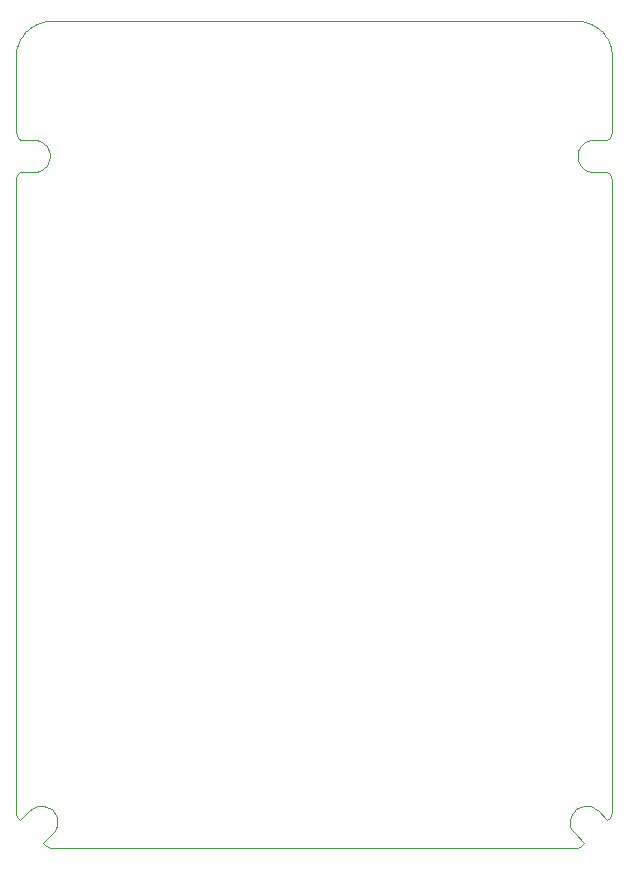
<source format=gm1>
G04*
G04 #@! TF.GenerationSoftware,Altium Limited,Altium Designer,22.3.1 (43)*
G04*
G04 Layer_Color=16711935*
%FSLAX44Y44*%
%MOMM*%
G71*
G04*
G04 #@! TF.SameCoordinates,1EA146FA-79B1-4300-8D41-9773874625C2*
G04*
G04*
G04 #@! TF.FilePolarity,Positive*
G04*
G01*
G75*
%ADD15C,0.1000*%
D15*
X30500Y700000D02*
X28024Y699911D01*
X25565Y699618D01*
X23138Y699123D01*
X20760Y698429D01*
X18447Y697541D01*
X16216Y696465D01*
X14081Y695208D01*
X12058Y693780D01*
X10159Y692189D01*
X8398Y690447D01*
X6787Y688565D01*
X5336Y686557D01*
X4057Y684436D01*
X2957Y682216D01*
X2044Y679914D01*
X1324Y677543D01*
X803Y675122D01*
X483Y672665D01*
X368Y670191D01*
X505000Y670191D02*
X504884Y672665D01*
X504565Y675122D01*
X504043Y677543D01*
X503324Y679914D01*
X502411Y682216D01*
X501311Y684436D01*
X500031Y686557D01*
X498581Y688565D01*
X496970Y690447D01*
X495209Y692189D01*
X493310Y693780D01*
X491286Y695208D01*
X489152Y696465D01*
X486920Y697541D01*
X484608Y698428D01*
X482230Y699123D01*
X479803Y699618D01*
X477343Y699911D01*
X474868Y700000D01*
X500901Y599484D02*
X503065Y601047D01*
X504498Y603297D01*
X505000Y605918D01*
Y565518D02*
X504498Y568138D01*
X503065Y570389D01*
X500901Y571951D01*
X4098Y571951D02*
X1935Y570389D01*
X501Y568138D01*
X-0Y565518D01*
X489744Y599468D02*
X487217Y599234D01*
X484777Y598539D01*
X482505Y597408D01*
X480480Y595879D01*
X478771Y594004D01*
X477435Y591847D01*
X476519Y589481D01*
X476053Y586986D01*
Y584449D01*
X476519Y581955D01*
X477435Y579589D01*
X478771Y577431D01*
X480480Y575556D01*
X482505Y574027D01*
X484777Y572896D01*
X487217Y572202D01*
X489744Y571968D01*
X369Y605918D02*
X870Y603297D01*
X2304Y601047D01*
X4467Y599485D01*
X15256Y571968D02*
X17783Y572202D01*
X20223Y572896D01*
X22494Y574027D01*
X24519Y575556D01*
X26229Y577431D01*
X27564Y579589D01*
X28481Y581955D01*
X28947Y584449D01*
Y586986D01*
X28481Y589481D01*
X27564Y591847D01*
X26229Y594004D01*
X24519Y595879D01*
X22494Y597408D01*
X20223Y598539D01*
X17783Y599234D01*
X15256Y599468D01*
X23544Y4098D02*
X25106Y1935D01*
X27356Y501D01*
X29977Y-0D01*
X31500Y12091D02*
X33121Y14043D01*
X34356Y16260D01*
X35162Y18666D01*
X35512Y21179D01*
X35395Y23713D01*
X34814Y26183D01*
X33790Y28504D01*
X32355Y30598D01*
X30561Y32392D01*
X28468Y33826D01*
X26147Y34851D01*
X23677Y35432D01*
X21142Y35549D01*
X18629Y35198D01*
X16223Y34392D01*
X14007Y33157D01*
X12055Y31536D01*
X-0Y29995D02*
X502Y27370D01*
X1938Y25117D01*
X4104Y23553D01*
X500902Y23544D02*
X503065Y25106D01*
X504499Y27356D01*
X505000Y29977D01*
X475005Y-0D02*
X477630Y502D01*
X479883Y1938D01*
X481447Y4104D01*
X492909Y31500D02*
X490957Y33121D01*
X488740Y34356D01*
X486334Y35162D01*
X483821Y35512D01*
X481287Y35395D01*
X478817Y34814D01*
X476496Y33789D01*
X474402Y32355D01*
X472608Y30561D01*
X471174Y28468D01*
X470149Y26147D01*
X469568Y23677D01*
X469451Y21142D01*
X469802Y18629D01*
X470608Y16223D01*
X471843Y14007D01*
X473464Y12054D01*
X369Y605918D02*
Y670191D01*
X505000Y605918D02*
Y670191D01*
X29977Y-0D02*
X475005Y-0D01*
X-0Y565518D02*
X-0Y29995D01*
X489744Y571968D02*
X501019Y571968D01*
X489744Y599468D02*
X501019Y599468D01*
X505000Y565518D02*
X505000Y29977D01*
X3981Y599468D02*
X15256Y599468D01*
X3981Y571968D02*
X15256Y571968D01*
X23527Y4118D02*
X31500Y12091D01*
X4081Y23563D02*
X12054Y31536D01*
X473464Y12054D02*
X481437Y4081D01*
X492909Y31500D02*
X500882Y23527D01*
X30500Y700000D02*
X474868Y700000D01*
M02*

</source>
